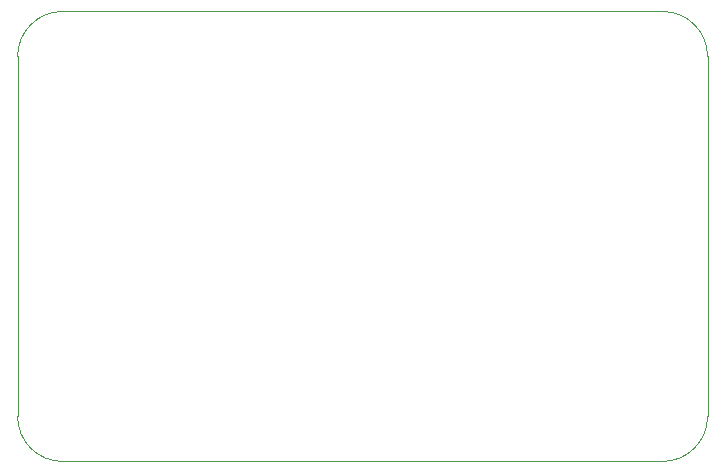
<source format=gm1>
G04 #@! TF.GenerationSoftware,KiCad,Pcbnew,(5.1.8)-1*
G04 #@! TF.CreationDate,2022-05-22T17:32:25+02:00*
G04 #@! TF.ProjectId,Amiga CD32,416d6967-6120-4434-9433-322e6b696361,rev?*
G04 #@! TF.SameCoordinates,Original*
G04 #@! TF.FileFunction,Profile,NP*
%FSLAX46Y46*%
G04 Gerber Fmt 4.6, Leading zero omitted, Abs format (unit mm)*
G04 Created by KiCad (PCBNEW (5.1.8)-1) date 2022-05-22 17:32:25*
%MOMM*%
%LPD*%
G01*
G04 APERTURE LIST*
G04 #@! TA.AperFunction,Profile*
%ADD10C,0.050000*%
G04 #@! TD*
G04 APERTURE END LIST*
D10*
X114935000Y-77470000D02*
G75*
G02*
X118745000Y-73660000I3810000J0D01*
G01*
X169545000Y-73660000D02*
G75*
G02*
X173355000Y-77470000I0J-3810000D01*
G01*
X173355000Y-107950000D02*
G75*
G02*
X169545000Y-111760000I-3810000J0D01*
G01*
X118745000Y-73660000D02*
X169545000Y-73660000D01*
X118745000Y-111760000D02*
G75*
G02*
X114935000Y-107950000I0J3810000D01*
G01*
X118745000Y-111760000D02*
X169545000Y-111760000D01*
X173355000Y-107950000D02*
X173355000Y-77470000D01*
X114935000Y-107950000D02*
X114935000Y-77470000D01*
M02*

</source>
